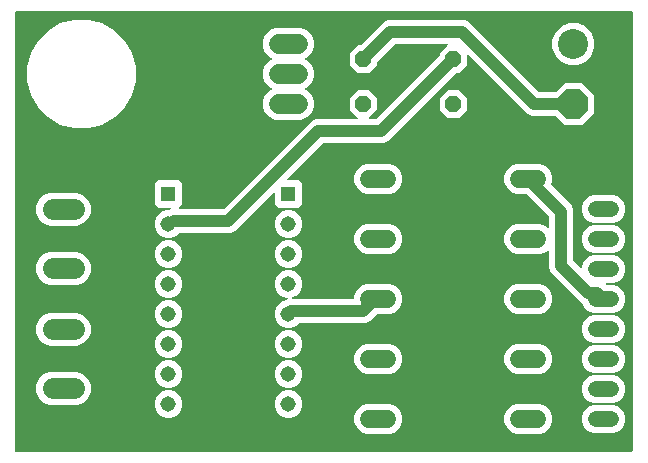
<source format=gbr>
G04 EAGLE Gerber RS-274X export*
G75*
%MOMM*%
%FSLAX34Y34*%
%LPD*%
%INBottom Copper*%
%IPPOS*%
%AMOC8*
5,1,8,0,0,1.08239X$1,22.5*%
G01*
%ADD10R,1.308000X1.308000*%
%ADD11C,1.308000*%
%ADD12C,2.540000*%
%ADD13P,2.749271X8X292.500000*%
%ADD14C,1.524000*%
%ADD15C,1.676400*%
%ADD16P,1.429621X8X22.500000*%
%ADD17C,1.320800*%
%ADD18C,1.790700*%
%ADD19C,1.016000*%

G36*
X608098Y10164D02*
X608098Y10164D01*
X608117Y10162D01*
X608219Y10184D01*
X608321Y10200D01*
X608338Y10210D01*
X608358Y10214D01*
X608447Y10267D01*
X608538Y10316D01*
X608552Y10330D01*
X608569Y10340D01*
X608636Y10419D01*
X608708Y10494D01*
X608716Y10512D01*
X608729Y10527D01*
X608768Y10623D01*
X608811Y10717D01*
X608813Y10737D01*
X608821Y10755D01*
X608839Y10922D01*
X608839Y382678D01*
X608836Y382698D01*
X608838Y382717D01*
X608816Y382819D01*
X608800Y382921D01*
X608790Y382938D01*
X608786Y382958D01*
X608733Y383047D01*
X608684Y383138D01*
X608670Y383152D01*
X608660Y383169D01*
X608581Y383236D01*
X608506Y383308D01*
X608488Y383316D01*
X608473Y383329D01*
X608377Y383368D01*
X608283Y383411D01*
X608263Y383413D01*
X608245Y383421D01*
X608078Y383439D01*
X87122Y383439D01*
X87102Y383436D01*
X87083Y383438D01*
X86981Y383416D01*
X86879Y383400D01*
X86862Y383390D01*
X86842Y383386D01*
X86753Y383333D01*
X86662Y383284D01*
X86648Y383270D01*
X86631Y383260D01*
X86564Y383181D01*
X86492Y383106D01*
X86484Y383088D01*
X86471Y383073D01*
X86432Y382977D01*
X86389Y382883D01*
X86387Y382863D01*
X86379Y382845D01*
X86361Y382678D01*
X86361Y10922D01*
X86364Y10902D01*
X86362Y10883D01*
X86384Y10781D01*
X86400Y10679D01*
X86410Y10662D01*
X86414Y10642D01*
X86467Y10553D01*
X86516Y10462D01*
X86530Y10448D01*
X86540Y10431D01*
X86619Y10364D01*
X86694Y10292D01*
X86712Y10284D01*
X86727Y10271D01*
X86823Y10232D01*
X86917Y10189D01*
X86937Y10187D01*
X86955Y10179D01*
X87122Y10161D01*
X608078Y10161D01*
X608098Y10164D01*
G37*
%LPC*%
G36*
X213588Y191579D02*
X213588Y191579D01*
X209317Y193348D01*
X206048Y196617D01*
X204279Y200888D01*
X204279Y205512D01*
X206048Y209783D01*
X209317Y213052D01*
X213588Y214821D01*
X216200Y214821D01*
X216265Y214831D01*
X216330Y214832D01*
X216410Y214855D01*
X216443Y214860D01*
X216460Y214870D01*
X216491Y214879D01*
X216734Y214979D01*
X216751Y214990D01*
X216783Y215001D01*
X217854Y215537D01*
X217912Y215579D01*
X217974Y215612D01*
X218011Y215650D01*
X218054Y215681D01*
X218095Y215739D01*
X218143Y215790D01*
X218166Y215838D01*
X218197Y215881D01*
X218217Y215949D01*
X218247Y216013D01*
X218253Y216066D01*
X218268Y216117D01*
X218266Y216187D01*
X218274Y216257D01*
X218263Y216309D01*
X218261Y216363D01*
X218237Y216429D01*
X218222Y216498D01*
X218195Y216543D01*
X218176Y216593D01*
X218132Y216648D01*
X218096Y216709D01*
X218055Y216743D01*
X218022Y216785D01*
X217962Y216823D01*
X217909Y216869D01*
X217859Y216889D01*
X217815Y216917D01*
X217746Y216934D01*
X217681Y216961D01*
X217607Y216969D01*
X217576Y216977D01*
X217553Y216975D01*
X217514Y216979D01*
X207255Y216979D01*
X204279Y219955D01*
X204279Y237245D01*
X207255Y240221D01*
X224545Y240221D01*
X227521Y237245D01*
X227521Y219955D01*
X224765Y217200D01*
X224724Y217142D01*
X224674Y217090D01*
X224652Y217043D01*
X224622Y217001D01*
X224601Y216932D01*
X224571Y216867D01*
X224565Y216815D01*
X224550Y216765D01*
X224551Y216694D01*
X224544Y216623D01*
X224555Y216572D01*
X224556Y216520D01*
X224581Y216452D01*
X224596Y216382D01*
X224623Y216337D01*
X224640Y216289D01*
X224685Y216233D01*
X224722Y216171D01*
X224762Y216137D01*
X224794Y216097D01*
X224854Y216058D01*
X224909Y216011D01*
X224957Y215992D01*
X225001Y215964D01*
X225070Y215946D01*
X225137Y215919D01*
X225208Y215911D01*
X225240Y215903D01*
X225263Y215905D01*
X225304Y215901D01*
X262176Y215901D01*
X262266Y215915D01*
X262357Y215923D01*
X262387Y215935D01*
X262419Y215940D01*
X262499Y215983D01*
X262583Y216019D01*
X262615Y216045D01*
X262636Y216056D01*
X262658Y216079D01*
X262714Y216124D01*
X337144Y290554D01*
X340879Y292101D01*
X375337Y292101D01*
X375407Y292112D01*
X375479Y292114D01*
X375528Y292132D01*
X375580Y292140D01*
X375643Y292174D01*
X375710Y292199D01*
X375751Y292231D01*
X375797Y292256D01*
X375846Y292308D01*
X375902Y292352D01*
X375930Y292396D01*
X375966Y292434D01*
X375996Y292499D01*
X376035Y292559D01*
X376048Y292610D01*
X376070Y292657D01*
X376078Y292728D01*
X376095Y292798D01*
X376091Y292850D01*
X376097Y292901D01*
X376082Y292972D01*
X376076Y293043D01*
X376056Y293091D01*
X376045Y293142D01*
X376008Y293203D01*
X375980Y293269D01*
X375935Y293325D01*
X375919Y293353D01*
X375901Y293368D01*
X375875Y293400D01*
X369315Y299960D01*
X369315Y309640D01*
X376160Y316485D01*
X385840Y316485D01*
X392685Y309640D01*
X392685Y299960D01*
X386125Y293400D01*
X386083Y293342D01*
X386034Y293290D01*
X386012Y293243D01*
X385981Y293201D01*
X385960Y293132D01*
X385930Y293067D01*
X385924Y293015D01*
X385909Y292965D01*
X385911Y292894D01*
X385903Y292823D01*
X385914Y292772D01*
X385915Y292720D01*
X385940Y292652D01*
X385955Y292582D01*
X385982Y292537D01*
X386000Y292489D01*
X386045Y292433D01*
X386081Y292371D01*
X386121Y292337D01*
X386154Y292297D01*
X386214Y292258D01*
X386268Y292211D01*
X386317Y292192D01*
X386360Y292164D01*
X386430Y292146D01*
X386497Y292119D01*
X386568Y292111D01*
X386599Y292103D01*
X386622Y292105D01*
X386663Y292101D01*
X391716Y292101D01*
X391806Y292115D01*
X391897Y292123D01*
X391927Y292135D01*
X391959Y292140D01*
X392039Y292183D01*
X392123Y292219D01*
X392155Y292245D01*
X392176Y292256D01*
X392198Y292279D01*
X392254Y292324D01*
X445292Y345362D01*
X445339Y345426D01*
X445355Y345444D01*
X445359Y345452D01*
X445405Y345505D01*
X445417Y345535D01*
X445436Y345562D01*
X445463Y345648D01*
X445497Y345733D01*
X445501Y345774D01*
X445508Y345797D01*
X445507Y345829D01*
X445515Y345900D01*
X445515Y347740D01*
X452075Y354300D01*
X452117Y354358D01*
X452166Y354410D01*
X452188Y354457D01*
X452219Y354499D01*
X452240Y354568D01*
X452270Y354633D01*
X452276Y354685D01*
X452291Y354735D01*
X452289Y354806D01*
X452297Y354877D01*
X452286Y354928D01*
X452285Y354980D01*
X452260Y355048D01*
X452245Y355118D01*
X452218Y355163D01*
X452200Y355211D01*
X452155Y355267D01*
X452119Y355329D01*
X452079Y355363D01*
X452046Y355403D01*
X451986Y355442D01*
X451932Y355489D01*
X451883Y355508D01*
X451840Y355536D01*
X451770Y355554D01*
X451703Y355581D01*
X451632Y355589D01*
X451601Y355597D01*
X451578Y355595D01*
X451537Y355599D01*
X408384Y355599D01*
X408294Y355585D01*
X408203Y355577D01*
X408173Y355565D01*
X408141Y355560D01*
X408061Y355517D01*
X407977Y355481D01*
X407945Y355455D01*
X407924Y355444D01*
X407902Y355421D01*
X407846Y355376D01*
X392908Y340438D01*
X392855Y340364D01*
X392795Y340295D01*
X392783Y340265D01*
X392764Y340238D01*
X392737Y340152D01*
X392703Y340067D01*
X392699Y340026D01*
X392692Y340003D01*
X392693Y339971D01*
X392685Y339900D01*
X392685Y338060D01*
X385840Y331215D01*
X376160Y331215D01*
X369315Y338060D01*
X369315Y347740D01*
X376160Y354585D01*
X378000Y354585D01*
X378090Y354599D01*
X378181Y354607D01*
X378211Y354619D01*
X378243Y354624D01*
X378323Y354667D01*
X378407Y354703D01*
X378439Y354729D01*
X378460Y354740D01*
X378482Y354763D01*
X378538Y354808D01*
X398104Y374374D01*
X401839Y375921D01*
X466841Y375921D01*
X470576Y374374D01*
X529766Y315184D01*
X529840Y315131D01*
X529909Y315071D01*
X529939Y315059D01*
X529966Y315040D01*
X530052Y315013D01*
X530137Y314979D01*
X530178Y314975D01*
X530201Y314968D01*
X530233Y314969D01*
X530304Y314961D01*
X543500Y314961D01*
X543590Y314975D01*
X543681Y314983D01*
X543710Y314995D01*
X543742Y315000D01*
X543823Y315043D01*
X543907Y315079D01*
X543939Y315105D01*
X543960Y315116D01*
X543982Y315139D01*
X544038Y315184D01*
X551435Y322581D01*
X566165Y322581D01*
X576581Y312165D01*
X576581Y297435D01*
X566165Y287019D01*
X551435Y287019D01*
X544038Y294416D01*
X543964Y294469D01*
X543895Y294529D01*
X543864Y294541D01*
X543838Y294560D01*
X543751Y294587D01*
X543666Y294621D01*
X543625Y294625D01*
X543603Y294632D01*
X543571Y294631D01*
X543500Y294639D01*
X523759Y294639D01*
X520024Y296186D01*
X470184Y346026D01*
X470126Y346068D01*
X470074Y346118D01*
X470027Y346140D01*
X469985Y346170D01*
X469916Y346191D01*
X469851Y346221D01*
X469799Y346227D01*
X469749Y346242D01*
X469678Y346240D01*
X469607Y346248D01*
X469556Y346237D01*
X469504Y346236D01*
X469436Y346211D01*
X469366Y346196D01*
X469321Y346169D01*
X469273Y346151D01*
X469217Y346107D01*
X469155Y346070D01*
X469121Y346030D01*
X469081Y345998D01*
X469042Y345937D01*
X468995Y345883D01*
X468976Y345835D01*
X468948Y345791D01*
X468930Y345721D01*
X468903Y345655D01*
X468895Y345583D01*
X468887Y345552D01*
X468889Y345529D01*
X468885Y345488D01*
X468885Y338060D01*
X462040Y331215D01*
X460200Y331215D01*
X460110Y331201D01*
X460019Y331193D01*
X459989Y331181D01*
X459957Y331176D01*
X459877Y331133D01*
X459793Y331097D01*
X459761Y331071D01*
X459740Y331060D01*
X459718Y331037D01*
X459662Y330992D01*
X401996Y273326D01*
X398261Y271779D01*
X347424Y271779D01*
X347334Y271765D01*
X347243Y271757D01*
X347213Y271745D01*
X347181Y271740D01*
X347101Y271697D01*
X347017Y271661D01*
X346985Y271635D01*
X346964Y271624D01*
X346942Y271601D01*
X346886Y271556D01*
X316850Y241520D01*
X316808Y241462D01*
X316758Y241410D01*
X316736Y241363D01*
X316706Y241321D01*
X316685Y241252D01*
X316655Y241187D01*
X316649Y241135D01*
X316634Y241085D01*
X316636Y241014D01*
X316628Y240943D01*
X316639Y240892D01*
X316640Y240840D01*
X316665Y240772D01*
X316680Y240702D01*
X316707Y240657D01*
X316725Y240609D01*
X316769Y240553D01*
X316806Y240491D01*
X316846Y240457D01*
X316878Y240417D01*
X316939Y240378D01*
X316993Y240331D01*
X317041Y240312D01*
X317085Y240284D01*
X317155Y240266D01*
X317221Y240239D01*
X317293Y240231D01*
X317324Y240223D01*
X317347Y240225D01*
X317388Y240221D01*
X326145Y240221D01*
X329121Y237245D01*
X329121Y219955D01*
X326145Y216979D01*
X308855Y216979D01*
X305879Y219955D01*
X305879Y228712D01*
X305868Y228783D01*
X305866Y228854D01*
X305848Y228903D01*
X305840Y228955D01*
X305806Y229018D01*
X305781Y229085D01*
X305749Y229126D01*
X305724Y229172D01*
X305672Y229221D01*
X305628Y229277D01*
X305584Y229306D01*
X305546Y229342D01*
X305481Y229372D01*
X305421Y229410D01*
X305370Y229423D01*
X305323Y229445D01*
X305252Y229453D01*
X305182Y229471D01*
X305130Y229466D01*
X305079Y229472D01*
X305008Y229457D01*
X304937Y229451D01*
X304889Y229431D01*
X304838Y229420D01*
X304777Y229383D01*
X304711Y229355D01*
X304655Y229310D01*
X304627Y229294D01*
X304612Y229276D01*
X304580Y229250D01*
X272456Y197126D01*
X268721Y195579D01*
X225029Y195579D01*
X224939Y195565D01*
X224848Y195557D01*
X224818Y195545D01*
X224786Y195540D01*
X224705Y195497D01*
X224621Y195461D01*
X224589Y195435D01*
X224569Y195424D01*
X224547Y195401D01*
X224490Y195356D01*
X222483Y193348D01*
X218212Y191579D01*
X213588Y191579D01*
G37*
%LPD*%
%LPC*%
G36*
X136187Y284225D02*
X136187Y284225D01*
X124494Y287358D01*
X114011Y293411D01*
X105451Y301971D01*
X99398Y312454D01*
X96265Y324147D01*
X96265Y336253D01*
X99398Y347946D01*
X105451Y358429D01*
X114011Y366989D01*
X124494Y373042D01*
X136187Y376175D01*
X148293Y376175D01*
X159986Y373042D01*
X170469Y366989D01*
X179029Y358429D01*
X185082Y347946D01*
X188215Y336253D01*
X188215Y324147D01*
X185082Y312454D01*
X179029Y301971D01*
X170469Y293411D01*
X159986Y287358D01*
X148293Y284225D01*
X136187Y284225D01*
G37*
%LPD*%
%LPC*%
G36*
X575272Y128015D02*
X575272Y128015D01*
X570977Y129794D01*
X567690Y133081D01*
X566671Y135541D01*
X566623Y135619D01*
X566582Y135700D01*
X566559Y135722D01*
X566542Y135750D01*
X566471Y135808D01*
X566406Y135872D01*
X566370Y135892D01*
X566352Y135907D01*
X566322Y135918D01*
X566259Y135953D01*
X565744Y136166D01*
X540026Y161884D01*
X538479Y165619D01*
X538479Y180860D01*
X538468Y180931D01*
X538466Y181002D01*
X538448Y181051D01*
X538440Y181103D01*
X538406Y181166D01*
X538381Y181233D01*
X538349Y181274D01*
X538324Y181320D01*
X538272Y181369D01*
X538228Y181425D01*
X538184Y181454D01*
X538146Y181489D01*
X538081Y181520D01*
X538021Y181558D01*
X537970Y181571D01*
X537923Y181593D01*
X537852Y181601D01*
X537782Y181618D01*
X537730Y181614D01*
X537679Y181620D01*
X537608Y181605D01*
X537537Y181599D01*
X537489Y181579D01*
X537438Y181568D01*
X537377Y181531D01*
X537311Y181503D01*
X537255Y181458D01*
X537227Y181442D01*
X537212Y181424D01*
X537180Y181398D01*
X535514Y179733D01*
X530846Y177799D01*
X510554Y177799D01*
X505886Y179733D01*
X502313Y183306D01*
X500379Y187974D01*
X500379Y193026D01*
X502313Y197694D01*
X505886Y201267D01*
X510554Y203201D01*
X530846Y203201D01*
X535514Y201267D01*
X537180Y199602D01*
X537238Y199560D01*
X537290Y199511D01*
X537337Y199489D01*
X537379Y199458D01*
X537448Y199437D01*
X537513Y199407D01*
X537565Y199401D01*
X537615Y199386D01*
X537686Y199388D01*
X537757Y199380D01*
X537808Y199391D01*
X537860Y199392D01*
X537928Y199417D01*
X537998Y199432D01*
X538043Y199459D01*
X538091Y199477D01*
X538147Y199522D01*
X538209Y199558D01*
X538243Y199598D01*
X538283Y199630D01*
X538322Y199691D01*
X538369Y199745D01*
X538388Y199794D01*
X538416Y199837D01*
X538434Y199907D01*
X538461Y199973D01*
X538469Y200045D01*
X538477Y200076D01*
X538475Y200099D01*
X538479Y200140D01*
X538479Y208836D01*
X538465Y208926D01*
X538457Y209017D01*
X538445Y209047D01*
X538440Y209079D01*
X538416Y209124D01*
X538415Y209127D01*
X538407Y209140D01*
X538397Y209159D01*
X538361Y209243D01*
X538335Y209275D01*
X538324Y209296D01*
X538301Y209318D01*
X538299Y209321D01*
X538289Y209338D01*
X538278Y209347D01*
X538256Y209374D01*
X519254Y228376D01*
X519180Y228429D01*
X519111Y228489D01*
X519081Y228501D01*
X519054Y228520D01*
X518968Y228547D01*
X518883Y228581D01*
X518842Y228585D01*
X518819Y228592D01*
X518787Y228591D01*
X518716Y228599D01*
X510554Y228599D01*
X505886Y230533D01*
X502313Y234106D01*
X500379Y238774D01*
X500379Y243826D01*
X502313Y248494D01*
X505886Y252067D01*
X510554Y254001D01*
X530846Y254001D01*
X535514Y252067D01*
X539087Y248494D01*
X541021Y243826D01*
X541021Y238774D01*
X540212Y236822D01*
X540186Y236708D01*
X540157Y236595D01*
X540158Y236588D01*
X540156Y236582D01*
X540167Y236466D01*
X540176Y236349D01*
X540179Y236344D01*
X540179Y236337D01*
X540227Y236230D01*
X540272Y236123D01*
X540277Y236117D01*
X540279Y236113D01*
X540292Y236099D01*
X540377Y235992D01*
X557254Y219116D01*
X558801Y215381D01*
X558801Y172164D01*
X558815Y172074D01*
X558823Y171983D01*
X558835Y171953D01*
X558840Y171921D01*
X558883Y171841D01*
X558919Y171757D01*
X558945Y171725D01*
X558956Y171704D01*
X558979Y171682D01*
X559024Y171626D01*
X564612Y166038D01*
X564670Y165996D01*
X564722Y165946D01*
X564769Y165925D01*
X564811Y165894D01*
X564880Y165873D01*
X564945Y165843D01*
X564997Y165837D01*
X565047Y165822D01*
X565118Y165824D01*
X565189Y165816D01*
X565240Y165827D01*
X565292Y165828D01*
X565360Y165853D01*
X565430Y165868D01*
X565475Y165895D01*
X565523Y165913D01*
X565579Y165957D01*
X565641Y165994D01*
X565675Y166034D01*
X565715Y166066D01*
X565754Y166127D01*
X565801Y166181D01*
X565820Y166229D01*
X565848Y166273D01*
X565866Y166343D01*
X565893Y166409D01*
X565901Y166481D01*
X565909Y166512D01*
X565907Y166535D01*
X565911Y166576D01*
X565911Y167424D01*
X567690Y171719D01*
X570977Y175006D01*
X575272Y176785D01*
X593128Y176785D01*
X597423Y175006D01*
X600710Y171719D01*
X602489Y167424D01*
X602489Y162776D01*
X600710Y158481D01*
X597423Y155194D01*
X593128Y153415D01*
X586692Y153415D01*
X586621Y153404D01*
X586550Y153402D01*
X586501Y153384D01*
X586449Y153376D01*
X586386Y153342D01*
X586319Y153317D01*
X586278Y153285D01*
X586232Y153260D01*
X586182Y153208D01*
X586127Y153164D01*
X586098Y153120D01*
X586062Y153082D01*
X586032Y153017D01*
X585994Y152957D01*
X585981Y152906D01*
X585959Y152859D01*
X585951Y152788D01*
X585933Y152718D01*
X585938Y152666D01*
X585932Y152615D01*
X585947Y152544D01*
X585953Y152473D01*
X585973Y152425D01*
X585984Y152374D01*
X586021Y152313D01*
X586049Y152247D01*
X586094Y152191D01*
X586110Y152163D01*
X586128Y152148D01*
X586154Y152116D01*
X586662Y151608D01*
X586736Y151554D01*
X586805Y151495D01*
X586835Y151483D01*
X586862Y151464D01*
X586949Y151437D01*
X587033Y151403D01*
X587074Y151399D01*
X587097Y151392D01*
X587129Y151393D01*
X587200Y151385D01*
X593128Y151385D01*
X597423Y149606D01*
X600710Y146319D01*
X602489Y142024D01*
X602489Y137376D01*
X600710Y133081D01*
X597423Y129794D01*
X593128Y128015D01*
X575272Y128015D01*
G37*
%LPD*%
%LPC*%
G36*
X306440Y291337D02*
X306440Y291337D01*
X301492Y293387D01*
X297705Y297174D01*
X295655Y302122D01*
X295655Y307478D01*
X297705Y312426D01*
X301492Y316213D01*
X302901Y316797D01*
X302962Y316835D01*
X303027Y316864D01*
X303066Y316899D01*
X303110Y316926D01*
X303156Y316982D01*
X303208Y317030D01*
X303233Y317076D01*
X303267Y317116D01*
X303292Y317183D01*
X303327Y317246D01*
X303336Y317297D01*
X303355Y317345D01*
X303358Y317417D01*
X303371Y317488D01*
X303363Y317539D01*
X303365Y317591D01*
X303345Y317660D01*
X303335Y317731D01*
X303311Y317777D01*
X303297Y317827D01*
X303256Y317886D01*
X303223Y317950D01*
X303186Y317987D01*
X303156Y318029D01*
X303099Y318072D01*
X303048Y318122D01*
X302985Y318157D01*
X302959Y318176D01*
X302937Y318183D01*
X302901Y318203D01*
X301492Y318787D01*
X297705Y322574D01*
X295655Y327522D01*
X295655Y332878D01*
X297705Y337826D01*
X301492Y341613D01*
X302901Y342197D01*
X302962Y342235D01*
X303027Y342264D01*
X303066Y342299D01*
X303110Y342326D01*
X303156Y342382D01*
X303208Y342430D01*
X303233Y342476D01*
X303267Y342516D01*
X303292Y342583D01*
X303327Y342646D01*
X303336Y342697D01*
X303355Y342745D01*
X303358Y342817D01*
X303371Y342888D01*
X303363Y342939D01*
X303365Y342991D01*
X303345Y343060D01*
X303335Y343131D01*
X303311Y343177D01*
X303297Y343227D01*
X303256Y343286D01*
X303223Y343350D01*
X303186Y343387D01*
X303156Y343429D01*
X303099Y343472D01*
X303048Y343522D01*
X302985Y343557D01*
X302959Y343576D01*
X302937Y343583D01*
X302901Y343603D01*
X301492Y344187D01*
X297705Y347974D01*
X295655Y352922D01*
X295655Y358278D01*
X297705Y363226D01*
X301492Y367013D01*
X306440Y369063D01*
X328560Y369063D01*
X333508Y367013D01*
X337295Y363226D01*
X339345Y358278D01*
X339345Y352922D01*
X337295Y347974D01*
X333508Y344187D01*
X332099Y343603D01*
X332038Y343566D01*
X331973Y343536D01*
X331934Y343501D01*
X331890Y343474D01*
X331844Y343418D01*
X331792Y343370D01*
X331767Y343324D01*
X331733Y343284D01*
X331708Y343217D01*
X331673Y343154D01*
X331664Y343103D01*
X331645Y343055D01*
X331642Y342983D01*
X331629Y342912D01*
X331637Y342861D01*
X331635Y342809D01*
X331655Y342740D01*
X331665Y342669D01*
X331689Y342623D01*
X331703Y342573D01*
X331744Y342514D01*
X331777Y342450D01*
X331814Y342413D01*
X331844Y342371D01*
X331901Y342328D01*
X331952Y342278D01*
X332015Y342243D01*
X332041Y342224D01*
X332063Y342217D01*
X332099Y342197D01*
X333508Y341613D01*
X337295Y337826D01*
X339345Y332878D01*
X339345Y327522D01*
X337295Y322574D01*
X333508Y318787D01*
X332099Y318203D01*
X332038Y318166D01*
X331973Y318136D01*
X331934Y318101D01*
X331890Y318074D01*
X331844Y318018D01*
X331792Y317970D01*
X331767Y317924D01*
X331733Y317884D01*
X331708Y317817D01*
X331673Y317754D01*
X331664Y317703D01*
X331645Y317655D01*
X331642Y317583D01*
X331629Y317512D01*
X331637Y317461D01*
X331635Y317409D01*
X331655Y317340D01*
X331665Y317269D01*
X331689Y317223D01*
X331703Y317173D01*
X331744Y317114D01*
X331777Y317050D01*
X331814Y317013D01*
X331844Y316971D01*
X331901Y316928D01*
X331952Y316878D01*
X332015Y316843D01*
X332041Y316824D01*
X332063Y316817D01*
X332099Y316797D01*
X333508Y316213D01*
X337295Y312426D01*
X339345Y307478D01*
X339345Y302122D01*
X337295Y297174D01*
X333508Y293387D01*
X328560Y291337D01*
X306440Y291337D01*
G37*
%LPD*%
%LPC*%
G36*
X315188Y115379D02*
X315188Y115379D01*
X310917Y117148D01*
X307648Y120417D01*
X305879Y124688D01*
X305879Y129312D01*
X307648Y133583D01*
X310917Y136852D01*
X315188Y138621D01*
X315260Y138621D01*
X315325Y138631D01*
X315390Y138632D01*
X315470Y138655D01*
X315503Y138660D01*
X315520Y138670D01*
X315551Y138679D01*
X317087Y139315D01*
X317170Y139366D01*
X317256Y139412D01*
X317274Y139430D01*
X317296Y139444D01*
X317358Y139520D01*
X317425Y139590D01*
X317436Y139614D01*
X317453Y139634D01*
X317488Y139725D01*
X317529Y139813D01*
X317532Y139839D01*
X317541Y139863D01*
X317545Y139961D01*
X317556Y140057D01*
X317550Y140083D01*
X317551Y140109D01*
X317524Y140203D01*
X317504Y140298D01*
X317490Y140320D01*
X317483Y140345D01*
X317427Y140425D01*
X317377Y140509D01*
X317358Y140526D01*
X317343Y140547D01*
X317265Y140606D01*
X317191Y140669D01*
X317166Y140679D01*
X317145Y140694D01*
X317053Y140724D01*
X316962Y140761D01*
X316930Y140764D01*
X316911Y140770D01*
X316878Y140770D01*
X316796Y140779D01*
X315188Y140779D01*
X310917Y142548D01*
X307648Y145817D01*
X305879Y150088D01*
X305879Y154712D01*
X307648Y158983D01*
X310917Y162252D01*
X315188Y164021D01*
X319812Y164021D01*
X324083Y162252D01*
X327352Y158983D01*
X329121Y154712D01*
X329121Y150088D01*
X327352Y145817D01*
X324083Y142548D01*
X320743Y141165D01*
X320661Y141114D01*
X320575Y141068D01*
X320557Y141049D01*
X320534Y141036D01*
X320472Y140961D01*
X320405Y140890D01*
X320394Y140866D01*
X320378Y140846D01*
X320343Y140755D01*
X320302Y140667D01*
X320299Y140641D01*
X320289Y140617D01*
X320285Y140519D01*
X320275Y140423D01*
X320280Y140397D01*
X320279Y140371D01*
X320306Y140277D01*
X320327Y140182D01*
X320340Y140160D01*
X320347Y140135D01*
X320403Y140055D01*
X320453Y139971D01*
X320473Y139954D01*
X320488Y139933D01*
X320566Y139874D01*
X320640Y139811D01*
X320664Y139801D01*
X320685Y139786D01*
X320778Y139756D01*
X320868Y139719D01*
X320900Y139716D01*
X320919Y139710D01*
X320952Y139710D01*
X321035Y139701D01*
X372618Y139701D01*
X372638Y139704D01*
X372657Y139702D01*
X372759Y139724D01*
X372861Y139740D01*
X372878Y139750D01*
X372898Y139754D01*
X372987Y139807D01*
X373078Y139856D01*
X373092Y139870D01*
X373109Y139880D01*
X373176Y139959D01*
X373248Y140034D01*
X373256Y140052D01*
X373269Y140067D01*
X373308Y140163D01*
X373351Y140257D01*
X373353Y140277D01*
X373361Y140295D01*
X373379Y140462D01*
X373379Y142226D01*
X375313Y146894D01*
X378886Y150467D01*
X383554Y152401D01*
X403846Y152401D01*
X408514Y150467D01*
X412087Y146894D01*
X414021Y142226D01*
X414021Y137174D01*
X412087Y132506D01*
X408514Y128933D01*
X403846Y126999D01*
X393144Y126999D01*
X393054Y126985D01*
X392963Y126977D01*
X392933Y126965D01*
X392901Y126960D01*
X392821Y126917D01*
X392737Y126881D01*
X392705Y126855D01*
X392684Y126844D01*
X392662Y126821D01*
X392606Y126776D01*
X386756Y120926D01*
X383021Y119379D01*
X326629Y119379D01*
X326539Y119365D01*
X326448Y119357D01*
X326418Y119345D01*
X326386Y119340D01*
X326305Y119297D01*
X326221Y119261D01*
X326189Y119235D01*
X326169Y119224D01*
X326147Y119201D01*
X326090Y119156D01*
X324083Y117148D01*
X319812Y115379D01*
X315188Y115379D01*
G37*
%LPD*%
%LPC*%
G36*
X115255Y201466D02*
X115255Y201466D01*
X110097Y203602D01*
X106149Y207550D01*
X104012Y212708D01*
X104012Y218292D01*
X106149Y223450D01*
X110097Y227398D01*
X115255Y229534D01*
X138745Y229534D01*
X143903Y227398D01*
X147851Y223450D01*
X149988Y218292D01*
X149988Y212708D01*
X147851Y207550D01*
X143903Y203602D01*
X138745Y201466D01*
X115255Y201466D01*
G37*
%LPD*%
%LPC*%
G36*
X115255Y49866D02*
X115255Y49866D01*
X110097Y52002D01*
X106149Y55950D01*
X104012Y61108D01*
X104012Y66692D01*
X106149Y71850D01*
X110097Y75798D01*
X115255Y77934D01*
X138745Y77934D01*
X143903Y75798D01*
X147851Y71850D01*
X149988Y66692D01*
X149988Y61108D01*
X147851Y55950D01*
X143903Y52002D01*
X138745Y49866D01*
X115255Y49866D01*
G37*
%LPD*%
%LPC*%
G36*
X115255Y99866D02*
X115255Y99866D01*
X110097Y102002D01*
X106149Y105950D01*
X104012Y111108D01*
X104012Y116692D01*
X106149Y121850D01*
X110097Y125798D01*
X115255Y127934D01*
X138745Y127934D01*
X143903Y125798D01*
X147851Y121850D01*
X149988Y116692D01*
X149988Y111108D01*
X147851Y105950D01*
X143903Y102002D01*
X138745Y99866D01*
X115255Y99866D01*
G37*
%LPD*%
%LPC*%
G36*
X115255Y151466D02*
X115255Y151466D01*
X110097Y153602D01*
X106149Y157550D01*
X104012Y162708D01*
X104012Y168292D01*
X106149Y173450D01*
X110097Y177398D01*
X115255Y179534D01*
X138745Y179534D01*
X143903Y177398D01*
X147851Y173450D01*
X149988Y168292D01*
X149988Y162708D01*
X147851Y157550D01*
X143903Y153602D01*
X138745Y151466D01*
X115255Y151466D01*
G37*
%LPD*%
%LPC*%
G36*
X555263Y337819D02*
X555263Y337819D01*
X548728Y340526D01*
X543726Y345528D01*
X541019Y352063D01*
X541019Y359137D01*
X543726Y365672D01*
X548728Y370674D01*
X555263Y373381D01*
X562337Y373381D01*
X568872Y370674D01*
X573874Y365672D01*
X576581Y359137D01*
X576581Y352063D01*
X573874Y345528D01*
X568872Y340526D01*
X562337Y337819D01*
X555263Y337819D01*
G37*
%LPD*%
%LPC*%
G36*
X510554Y126999D02*
X510554Y126999D01*
X505886Y128933D01*
X502313Y132506D01*
X500379Y137174D01*
X500379Y142226D01*
X502313Y146894D01*
X505886Y150467D01*
X510554Y152401D01*
X530846Y152401D01*
X535514Y150467D01*
X539087Y146894D01*
X541021Y142226D01*
X541021Y137174D01*
X539087Y132506D01*
X535514Y128933D01*
X530846Y126999D01*
X510554Y126999D01*
G37*
%LPD*%
%LPC*%
G36*
X383554Y25399D02*
X383554Y25399D01*
X378886Y27333D01*
X375313Y30906D01*
X373379Y35574D01*
X373379Y40626D01*
X375313Y45294D01*
X378886Y48867D01*
X383554Y50801D01*
X403846Y50801D01*
X408514Y48867D01*
X412087Y45294D01*
X414021Y40626D01*
X414021Y35574D01*
X412087Y30906D01*
X408514Y27333D01*
X403846Y25399D01*
X383554Y25399D01*
G37*
%LPD*%
%LPC*%
G36*
X510554Y25399D02*
X510554Y25399D01*
X505886Y27333D01*
X502313Y30906D01*
X500379Y35574D01*
X500379Y40626D01*
X502313Y45294D01*
X505886Y48867D01*
X510554Y50801D01*
X530846Y50801D01*
X535514Y48867D01*
X539087Y45294D01*
X541021Y40626D01*
X541021Y35574D01*
X539087Y30906D01*
X535514Y27333D01*
X530846Y25399D01*
X510554Y25399D01*
G37*
%LPD*%
%LPC*%
G36*
X383554Y76199D02*
X383554Y76199D01*
X378886Y78133D01*
X375313Y81706D01*
X373379Y86374D01*
X373379Y91426D01*
X375313Y96094D01*
X378886Y99667D01*
X383554Y101601D01*
X403846Y101601D01*
X408514Y99667D01*
X412087Y96094D01*
X414021Y91426D01*
X414021Y86374D01*
X412087Y81706D01*
X408514Y78133D01*
X403846Y76199D01*
X383554Y76199D01*
G37*
%LPD*%
%LPC*%
G36*
X510554Y76199D02*
X510554Y76199D01*
X505886Y78133D01*
X502313Y81706D01*
X500379Y86374D01*
X500379Y91426D01*
X502313Y96094D01*
X505886Y99667D01*
X510554Y101601D01*
X530846Y101601D01*
X535514Y99667D01*
X539087Y96094D01*
X541021Y91426D01*
X541021Y86374D01*
X539087Y81706D01*
X535514Y78133D01*
X530846Y76199D01*
X510554Y76199D01*
G37*
%LPD*%
%LPC*%
G36*
X383554Y228599D02*
X383554Y228599D01*
X378886Y230533D01*
X375313Y234106D01*
X373379Y238774D01*
X373379Y243826D01*
X375313Y248494D01*
X378886Y252067D01*
X383554Y254001D01*
X403846Y254001D01*
X408514Y252067D01*
X412087Y248494D01*
X414021Y243826D01*
X414021Y238774D01*
X412087Y234106D01*
X408514Y230533D01*
X403846Y228599D01*
X383554Y228599D01*
G37*
%LPD*%
%LPC*%
G36*
X383554Y177799D02*
X383554Y177799D01*
X378886Y179733D01*
X375313Y183306D01*
X373379Y187974D01*
X373379Y193026D01*
X375313Y197694D01*
X378886Y201267D01*
X383554Y203201D01*
X403846Y203201D01*
X408514Y201267D01*
X412087Y197694D01*
X414021Y193026D01*
X414021Y187974D01*
X412087Y183306D01*
X408514Y179733D01*
X403846Y177799D01*
X383554Y177799D01*
G37*
%LPD*%
%LPC*%
G36*
X575272Y77215D02*
X575272Y77215D01*
X570977Y78994D01*
X567690Y82281D01*
X565911Y86576D01*
X565911Y91224D01*
X567690Y95519D01*
X570977Y98806D01*
X575272Y100585D01*
X593128Y100585D01*
X597423Y98806D01*
X600710Y95519D01*
X602489Y91224D01*
X602489Y86576D01*
X600710Y82281D01*
X597423Y78994D01*
X593128Y77215D01*
X575272Y77215D01*
G37*
%LPD*%
%LPC*%
G36*
X575272Y26415D02*
X575272Y26415D01*
X570977Y28194D01*
X567690Y31481D01*
X565911Y35776D01*
X565911Y40424D01*
X567690Y44719D01*
X570977Y48006D01*
X575272Y49785D01*
X593128Y49785D01*
X597423Y48006D01*
X600710Y44719D01*
X602489Y40424D01*
X602489Y35776D01*
X600710Y31481D01*
X597423Y28194D01*
X593128Y26415D01*
X575272Y26415D01*
G37*
%LPD*%
%LPC*%
G36*
X575272Y51815D02*
X575272Y51815D01*
X570977Y53594D01*
X567690Y56881D01*
X565911Y61176D01*
X565911Y65824D01*
X567690Y70119D01*
X570977Y73406D01*
X575272Y75185D01*
X593128Y75185D01*
X597423Y73406D01*
X600710Y70119D01*
X602489Y65824D01*
X602489Y61176D01*
X600710Y56881D01*
X597423Y53594D01*
X593128Y51815D01*
X575272Y51815D01*
G37*
%LPD*%
%LPC*%
G36*
X575272Y204215D02*
X575272Y204215D01*
X570977Y205994D01*
X567690Y209281D01*
X565911Y213576D01*
X565911Y218224D01*
X567690Y222519D01*
X570977Y225806D01*
X575272Y227585D01*
X593128Y227585D01*
X597423Y225806D01*
X600710Y222519D01*
X602489Y218224D01*
X602489Y213576D01*
X600710Y209281D01*
X597423Y205994D01*
X593128Y204215D01*
X575272Y204215D01*
G37*
%LPD*%
%LPC*%
G36*
X575272Y102615D02*
X575272Y102615D01*
X570977Y104394D01*
X567690Y107681D01*
X565911Y111976D01*
X565911Y116624D01*
X567690Y120919D01*
X570977Y124206D01*
X575272Y125985D01*
X593128Y125985D01*
X597423Y124206D01*
X600710Y120919D01*
X602489Y116624D01*
X602489Y111976D01*
X600710Y107681D01*
X597423Y104394D01*
X593128Y102615D01*
X575272Y102615D01*
G37*
%LPD*%
%LPC*%
G36*
X575272Y178815D02*
X575272Y178815D01*
X570977Y180594D01*
X567690Y183881D01*
X565911Y188176D01*
X565911Y192824D01*
X567690Y197119D01*
X570977Y200406D01*
X575272Y202185D01*
X593128Y202185D01*
X597423Y200406D01*
X600710Y197119D01*
X602489Y192824D01*
X602489Y188176D01*
X600710Y183881D01*
X597423Y180594D01*
X593128Y178815D01*
X575272Y178815D01*
G37*
%LPD*%
%LPC*%
G36*
X452360Y293115D02*
X452360Y293115D01*
X445515Y299960D01*
X445515Y309640D01*
X452360Y316485D01*
X462040Y316485D01*
X468885Y309640D01*
X468885Y299960D01*
X462040Y293115D01*
X452360Y293115D01*
G37*
%LPD*%
%LPC*%
G36*
X315188Y89979D02*
X315188Y89979D01*
X310917Y91748D01*
X307648Y95017D01*
X305879Y99288D01*
X305879Y103912D01*
X307648Y108183D01*
X310917Y111452D01*
X315188Y113221D01*
X319812Y113221D01*
X324083Y111452D01*
X327352Y108183D01*
X329121Y103912D01*
X329121Y99288D01*
X327352Y95017D01*
X324083Y91748D01*
X319812Y89979D01*
X315188Y89979D01*
G37*
%LPD*%
%LPC*%
G36*
X213588Y89979D02*
X213588Y89979D01*
X209317Y91748D01*
X206048Y95017D01*
X204279Y99288D01*
X204279Y103912D01*
X206048Y108183D01*
X209317Y111452D01*
X213588Y113221D01*
X218212Y113221D01*
X222483Y111452D01*
X225752Y108183D01*
X227521Y103912D01*
X227521Y99288D01*
X225752Y95017D01*
X222483Y91748D01*
X218212Y89979D01*
X213588Y89979D01*
G37*
%LPD*%
%LPC*%
G36*
X315188Y191579D02*
X315188Y191579D01*
X310917Y193348D01*
X307648Y196617D01*
X305879Y200888D01*
X305879Y205512D01*
X307648Y209783D01*
X310917Y213052D01*
X315188Y214821D01*
X319812Y214821D01*
X324083Y213052D01*
X327352Y209783D01*
X329121Y205512D01*
X329121Y200888D01*
X327352Y196617D01*
X324083Y193348D01*
X319812Y191579D01*
X315188Y191579D01*
G37*
%LPD*%
%LPC*%
G36*
X315188Y166179D02*
X315188Y166179D01*
X310917Y167948D01*
X307648Y171217D01*
X305879Y175488D01*
X305879Y180112D01*
X307648Y184383D01*
X310917Y187652D01*
X315188Y189421D01*
X319812Y189421D01*
X324083Y187652D01*
X327352Y184383D01*
X329121Y180112D01*
X329121Y175488D01*
X327352Y171217D01*
X324083Y167948D01*
X319812Y166179D01*
X315188Y166179D01*
G37*
%LPD*%
%LPC*%
G36*
X315188Y64579D02*
X315188Y64579D01*
X310917Y66348D01*
X307648Y69617D01*
X305879Y73888D01*
X305879Y78512D01*
X307648Y82783D01*
X310917Y86052D01*
X315188Y87821D01*
X319812Y87821D01*
X324083Y86052D01*
X327352Y82783D01*
X329121Y78512D01*
X329121Y73888D01*
X327352Y69617D01*
X324083Y66348D01*
X319812Y64579D01*
X315188Y64579D01*
G37*
%LPD*%
%LPC*%
G36*
X213588Y64579D02*
X213588Y64579D01*
X209317Y66348D01*
X206048Y69617D01*
X204279Y73888D01*
X204279Y78512D01*
X206048Y82783D01*
X209317Y86052D01*
X213588Y87821D01*
X218212Y87821D01*
X222483Y86052D01*
X225752Y82783D01*
X227521Y78512D01*
X227521Y73888D01*
X225752Y69617D01*
X222483Y66348D01*
X218212Y64579D01*
X213588Y64579D01*
G37*
%LPD*%
%LPC*%
G36*
X213588Y115379D02*
X213588Y115379D01*
X209317Y117148D01*
X206048Y120417D01*
X204279Y124688D01*
X204279Y129312D01*
X206048Y133583D01*
X209317Y136852D01*
X213588Y138621D01*
X218212Y138621D01*
X222483Y136852D01*
X225752Y133583D01*
X227521Y129312D01*
X227521Y124688D01*
X225752Y120417D01*
X222483Y117148D01*
X218212Y115379D01*
X213588Y115379D01*
G37*
%LPD*%
%LPC*%
G36*
X315188Y39179D02*
X315188Y39179D01*
X310917Y40948D01*
X307648Y44217D01*
X305879Y48488D01*
X305879Y53112D01*
X307648Y57383D01*
X310917Y60652D01*
X315188Y62421D01*
X319812Y62421D01*
X324083Y60652D01*
X327352Y57383D01*
X329121Y53112D01*
X329121Y48488D01*
X327352Y44217D01*
X324083Y40948D01*
X319812Y39179D01*
X315188Y39179D01*
G37*
%LPD*%
%LPC*%
G36*
X213588Y39179D02*
X213588Y39179D01*
X209317Y40948D01*
X206048Y44217D01*
X204279Y48488D01*
X204279Y53112D01*
X206048Y57383D01*
X209317Y60652D01*
X213588Y62421D01*
X218212Y62421D01*
X222483Y60652D01*
X225752Y57383D01*
X227521Y53112D01*
X227521Y48488D01*
X225752Y44217D01*
X222483Y40948D01*
X218212Y39179D01*
X213588Y39179D01*
G37*
%LPD*%
%LPC*%
G36*
X213588Y166179D02*
X213588Y166179D01*
X209317Y167948D01*
X206048Y171217D01*
X204279Y175488D01*
X204279Y180112D01*
X206048Y184383D01*
X209317Y187652D01*
X213588Y189421D01*
X218212Y189421D01*
X222483Y187652D01*
X225752Y184383D01*
X227521Y180112D01*
X227521Y175488D01*
X225752Y171217D01*
X222483Y167948D01*
X218212Y166179D01*
X213588Y166179D01*
G37*
%LPD*%
%LPC*%
G36*
X213588Y140779D02*
X213588Y140779D01*
X209317Y142548D01*
X206048Y145817D01*
X204279Y150088D01*
X204279Y154712D01*
X206048Y158983D01*
X209317Y162252D01*
X213588Y164021D01*
X218212Y164021D01*
X222483Y162252D01*
X225752Y158983D01*
X227521Y154712D01*
X227521Y150088D01*
X225752Y145817D01*
X222483Y142548D01*
X218212Y140779D01*
X213588Y140779D01*
G37*
%LPD*%
D10*
X215900Y228600D03*
X317500Y228600D03*
D11*
X215900Y203200D03*
X317500Y203200D03*
X215900Y177800D03*
X317500Y177800D03*
X215900Y152400D03*
X317500Y152400D03*
X215900Y127000D03*
X317500Y127000D03*
X215900Y101600D03*
X317500Y101600D03*
X215900Y76200D03*
X317500Y76200D03*
X215900Y50800D03*
X317500Y50800D03*
D12*
X558800Y355600D03*
D13*
X558800Y304800D03*
D14*
X401320Y241300D02*
X386080Y241300D01*
X513080Y241300D02*
X528320Y241300D01*
X401320Y190500D02*
X386080Y190500D01*
X513080Y190500D02*
X528320Y190500D01*
X401320Y38100D02*
X386080Y38100D01*
X513080Y38100D02*
X528320Y38100D01*
X401320Y139700D02*
X386080Y139700D01*
X513080Y139700D02*
X528320Y139700D01*
X401320Y88900D02*
X386080Y88900D01*
X513080Y88900D02*
X528320Y88900D01*
D15*
X325882Y304800D02*
X309118Y304800D01*
X309118Y330200D02*
X325882Y330200D01*
X325882Y355600D02*
X309118Y355600D01*
D16*
X381000Y342900D03*
X457200Y342900D03*
X381000Y304800D03*
X457200Y304800D03*
D17*
X577596Y38100D02*
X590804Y38100D01*
X590804Y63500D02*
X577596Y63500D01*
X577596Y88900D02*
X590804Y88900D01*
X590804Y114300D02*
X577596Y114300D01*
X577596Y139700D02*
X590804Y139700D01*
X590804Y165100D02*
X577596Y165100D01*
X577596Y190500D02*
X590804Y190500D01*
X590804Y215900D02*
X577596Y215900D01*
D18*
X135954Y113900D02*
X118047Y113900D01*
X118047Y63900D02*
X135954Y63900D01*
X135954Y215500D02*
X118047Y215500D01*
X118047Y165500D02*
X135954Y165500D01*
D19*
X525780Y304800D02*
X558800Y304800D01*
X525780Y304800D02*
X464820Y365760D01*
X403860Y365760D01*
X381000Y342900D01*
X266700Y205740D02*
X220980Y205740D01*
X266700Y205740D02*
X342900Y281940D01*
X396240Y281940D01*
X457200Y342900D01*
X220980Y205740D02*
X215900Y203200D01*
X320040Y129540D02*
X381000Y129540D01*
X388620Y137160D01*
X320040Y129540D02*
X317500Y127000D01*
X388620Y137160D02*
X393700Y139700D01*
X571500Y144780D02*
X579120Y144780D01*
X571500Y144780D02*
X548640Y167640D01*
X548640Y213360D01*
X520700Y241300D01*
X579120Y144780D02*
X584200Y139700D01*
M02*

</source>
